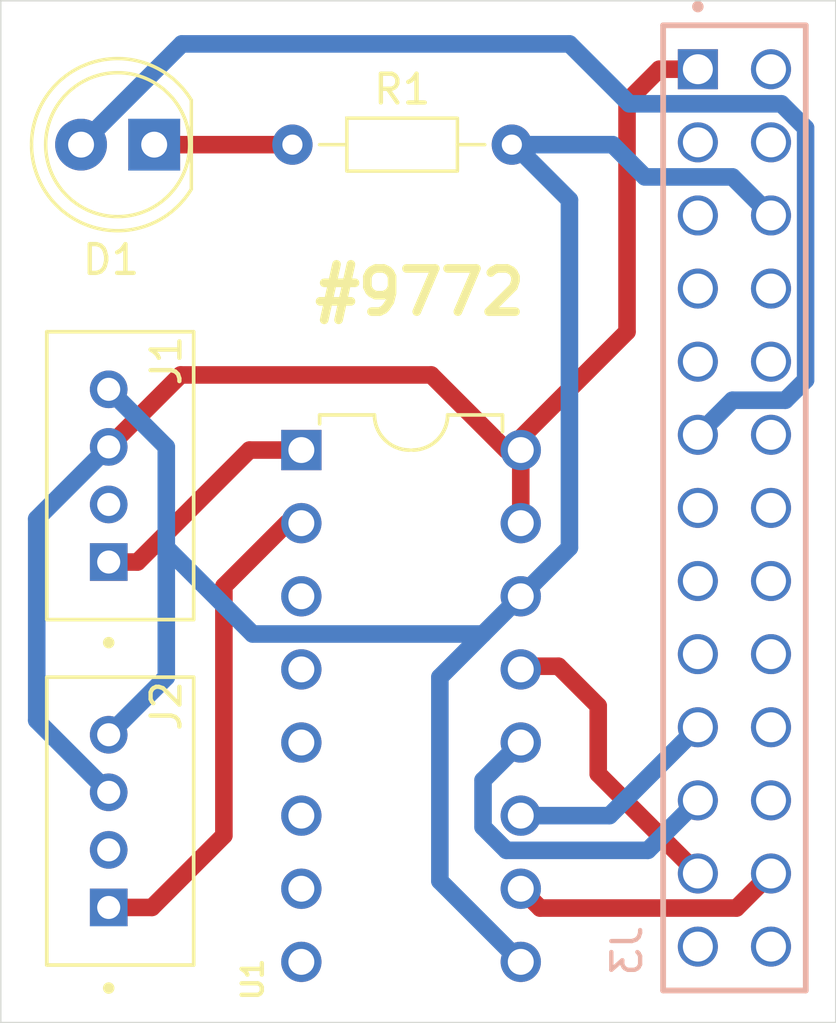
<source format=kicad_pcb>
(kicad_pcb (version 20241229) (generator "pcbnew") (generator_version "9.0")
  (layers (0 "F.Cu" signal) (2 "B.Cu" signal) (13 "F.Paste" user) (15 "B.Paste" user) (5 "F.SilkS" user "F.Silkscreen") (7 "B.SilkS" user "B.Silkscreen") (1 "F.Mask" user) (3 "B.Mask" user) (25 "Edge.Cuts" user))
  (net 0 "")
  (net 1 "Net-(D1-K)")
  (net 2 "Net-(D1-A)")
  (net 3 "Net-(U1-CH0)")
  (net 4 "GND")
  (net 6 "+3.3V")
  (net 8 "Net-(U1-CH1)")
  (net 17 "Net-(U1-DIN)")
  (net 22 "Net-(U1-CLK)")
  (net 29 "Net-(U1-SHDN{slash}~{CS})")
  (net 30 "Net-(U1-DOUT)")
  (footprint "Resistor_THT:R_Axial_DIN0204_L3.6mm_D1.6mm_P7.62mm_Horizontal" (layer "F.Cu") (at 140.38 56.5)
    (property "Reference" "R1" (at 3.81 -1.92 0) (layer "F.SilkS"))
    (property "Value" "100k")
    (fp_line (start 0.94 0) (end 1.89 0) (stroke (width 0.12)) (layer "F.SilkS"))
    (fp_line (start 6.68 0) (end 5.73 0) (stroke (width 0.12)) (layer "F.SilkS"))
    (fp_rect (start 1.89 -0.92) (end 5.73 0.92) (stroke (width 0.12)) (fill no) (layer "F.SilkS"))
    (pad "1" thru_hole circle (at 0 0) (size 1.4 1.4) (drill 0.7) (layers "*.Cu" "*.Mask") (net 1 "Net-(D1-K)"))
    (pad "2" thru_hole circle (at 7.62 0) (size 1.4 1.4) (drill 0.7) (layers "*.Cu" "*.Mask") (net 4 "GND"))
  )
  (footprint "MCU-MCP3008-I_P_DIP16-7.62MM_:DIP16-2.54-19.2X7.62MM" (layer "F.Cu") (at 144.5 76 -90)
    (property "Reference" "U1" (at 9.5 5.5 90) (layer "F.SilkS") (effects (font (size 0.700697 0.700697))))
    (property "Value" "MCU-MCP3008-I_P_DIP16-7.62MM_")
    (property "VALUE" "MCP3008-I/P-DIP16" (hide yes))
    (fp_line (start -10.11 3.175) (end -9.8 3.175) (stroke (width 0.127)) (layer "F.SilkS"))
    (fp_line (start -10.11 3.175) (end -10.11 1.27) (stroke (width 0.127)) (layer "F.SilkS"))
    (fp_line (start -10.11 -1.27) (end -10.11 -3.175) (stroke (width 0.127)) (layer "F.SilkS"))
    (fp_line (start -10.11 -3.175) (end -9.525 -3.175) (stroke (width 0.127)) (layer "F.SilkS"))
    (fp_arc (start -8.89 0.05) (mid -9.24733 0.91267) (end -10.11 1.27) (stroke (width 0.127)) (layer "F.SilkS"))
    (fp_arc (start -10.11 -1.27) (mid -9.24733 -0.91267) (end -8.89 -0.05) (stroke (width 0.127)) (layer "F.SilkS"))
    (pad "1" thru_hole rect (at -8.89 3.81 270) (size 1.4 1.4) (drill 0.9) (layers "*.Cu" "*.Mask") (net 3 "Net-(U1-CH0)"))
    (pad "2" thru_hole circle (at -6.35 3.81 270) (size 1.4 1.4) (drill 0.9) (layers "*.Cu" "*.Mask") (net 8 "Net-(U1-CH1)"))
    (pad "3" thru_hole circle (at -3.81 3.81 270) (size 1.4 1.4) (drill 0.9) (layers "*.Cu" "*.Mask"))
    (pad "4" thru_hole circle (at -1.27 3.81 270) (size 1.4 1.4) (drill 0.9) (layers "*.Cu" "*.Mask"))
    (pad "5" thru_hole circle (at 1.27 3.81 270) (size 1.4 1.4) (drill 0.9) (layers "*.Cu" "*.Mask"))
    (pad "6" thru_hole circle (at 3.81 3.81 270) (size 1.4 1.4) (drill 0.9) (layers "*.Cu" "*.Mask"))
    (pad "7" thru_hole circle (at 6.35 3.81 270) (size 1.4 1.4) (drill 0.9) (layers "*.Cu" "*.Mask"))
    (pad "8" thru_hole circle (at 8.89 3.81 270) (size 1.4 1.4) (drill 0.9) (layers "*.Cu" "*.Mask"))
    (pad "9" thru_hole circle (at 8.89 -3.81 270) (size 1.4 1.4) (drill 0.9) (layers "*.Cu" "*.Mask") (net 4 "GND"))
    (pad "10" thru_hole circle (at 6.35 -3.81 270) (size 1.4 1.4) (drill 0.9) (layers "*.Cu" "*.Mask") (net 29 "Net-(U1-SHDN{slash}~{CS})"))
    (pad "11" thru_hole circle (at 3.81 -3.81 270) (size 1.4 1.4) (drill 0.9) (layers "*.Cu" "*.Mask") (net 17 "Net-(U1-DIN)"))
    (pad "12" thru_hole circle (at 1.27 -3.81 270) (size 1.4 1.4) (drill 0.9) (layers "*.Cu" "*.Mask") (net 30 "Net-(U1-DOUT)"))
    (pad "13" thru_hole circle (at -1.27 -3.81 270) (size 1.4 1.4) (drill 0.9) (layers "*.Cu" "*.Mask") (net 22 "Net-(U1-CLK)"))
    (pad "14" thru_hole circle (at -3.81 -3.81 270) (size 1.4 1.4) (drill 0.9) (layers "*.Cu" "*.Mask") (net 4 "GND"))
    (pad "15" thru_hole circle (at -6.35 -3.81 270) (size 1.4 1.4) (drill 0.9) (layers "*.Cu" "*.Mask") (net 6 "+3.3V"))
    (pad "16" thru_hole circle (at -8.89 -3.81 270) (size 1.4 1.4) (drill 0.9) (layers "*.Cu" "*.Mask") (net 6 "+3.3V"))
  )
  (footprint "LED_THT:LED_D5.0mm" (layer "F.Cu") (at 135.58 56.5 180)
    (property "Reference" "D1" (at 1.5 -4 0) (layer "F.SilkS"))
    (property "Value" "LED")
    (fp_line (start -1.29 -1.545) (end -1.29 1.545) (stroke (width 0.12)) (layer "F.SilkS"))
    (fp_arc (start 4.26 0) (mid 2.071779 2.880495) (end -1.29 1.54483) (stroke (width 0.12)) (layer "F.SilkS"))
    (fp_arc (start -1.29 -1.54483) (mid 2.071779 -2.880495) (end 4.26 0) (stroke (width 0.12)) (layer "F.SilkS"))
    (fp_circle (center 1.27 0) (end 3.77 0) (stroke (width 0.12)) (fill no) (layer "F.SilkS"))
    (pad "1" thru_hole rect (at 0 0 180) (size 1.8 1.8) (drill 0.9) (layers "*.Cu" "*.Mask") (net 1 "Net-(D1-K)"))
    (pad "2" thru_hole circle (at 2.54 0 180) (size 1.8 1.8) (drill 0.9) (layers "*.Cu" "*.Mask") (net 2 "Net-(D1-A)"))
  )
  (footprint "110990030:SEEED_110990030" (layer "F.Cu") (at 134 80 90)
    (property "Reference" "J2" (at 4 2 90) (layer "F.SilkS"))
    (property "Value" "110990030")
    (fp_line (start 5 -2.15) (end 5 2.95) (stroke (width 0.127)) (layer "F.SilkS"))
    (fp_line (start -5 -2.15) (end 5 -2.15) (stroke (width 0.127)) (layer "F.SilkS"))
    (fp_line (start 5 2.95) (end -5 2.95) (stroke (width 0.127)) (layer "F.SilkS"))
    (fp_line (start -5 2.95) (end -5 -2.15) (stroke (width 0.127)) (layer "F.SilkS"))
    (fp_circle (center -5.8 0) (end -5.7 0) (stroke (width 0.2)) (fill no) (layer "F.SilkS"))
    (pad "1" thru_hole rect (at -3 0 90) (size 1.308 1.308) (drill 0.8) (layers "*.Cu" "*.Mask") (net 8 "Net-(U1-CH1)"))
    (pad "2" thru_hole circle (at -1 0 90) (size 1.308 1.308) (drill 0.8) (layers "*.Cu" "*.Mask"))
    (pad "3" thru_hole circle (at 1 0 90) (size 1.308 1.308) (drill 0.8) (layers "*.Cu" "*.Mask") (net 6 "+3.3V"))
    (pad "4" thru_hole circle (at 3 0 90) (size 1.308 1.308) (drill 0.8) (layers "*.Cu" "*.Mask") (net 4 "GND"))
  )
  (footprint "110990030:SEEED_110990030" (layer "F.Cu") (at 134 68 90)
    (property "Reference" "J1" (at 4 2 90) (layer "F.SilkS"))
    (property "Value" "110990030")
    (fp_line (start 5 -2.15) (end 5 2.95) (stroke (width 0.127)) (layer "F.SilkS"))
    (fp_line (start -5 -2.15) (end 5 -2.15) (stroke (width 0.127)) (layer "F.SilkS"))
    (fp_line (start 5 2.95) (end -5 2.95) (stroke (width 0.127)) (layer "F.SilkS"))
    (fp_line (start -5 2.95) (end -5 -2.15) (stroke (width 0.127)) (layer "F.SilkS"))
    (fp_circle (center -5.8 0) (end -5.7 0) (stroke (width 0.2)) (fill no) (layer "F.SilkS"))
    (pad "1" thru_hole rect (at -3 0 90) (size 1.308 1.308) (drill 0.8) (layers "*.Cu" "*.Mask") (net 3 "Net-(U1-CH0)"))
    (pad "2" thru_hole circle (at -1 0 90) (size 1.308 1.308) (drill 0.8) (layers "*.Cu" "*.Mask"))
    (pad "3" thru_hole circle (at 1 0 90) (size 1.308 1.308) (drill 0.8) (layers "*.Cu" "*.Mask") (net 6 "+3.3V"))
    (pad "4" thru_hole circle (at 3 0 90) (size 1.308 1.308) (drill 0.8) (layers "*.Cu" "*.Mask") (net 4 "GND"))
  )
  (footprint "SSW-113-06-G-D:SAMTEC_SSW-113-06-G-D" (layer "B.Cu") (at 154.46 53.88 90)
    (property "Reference" "J3" (at -30.62 -2.46 90) (layer "B.SilkS") (effects (justify mirror)))
    (property "Value" "SSW-113-06-G-D")
    (fp_line (start 1.525 -1.2065) (end -32.005 -1.2065) (stroke (width 0.2)) (layer "B.SilkS"))
    (fp_line (start -32.005 -1.2065) (end -32.005 3.7465) (stroke (width 0.2)) (layer "B.SilkS"))
    (fp_line (start 1.525 3.7465) (end 1.525 -1.2065) (stroke (width 0.2)) (layer "B.SilkS"))
    (fp_line (start 1.525 3.7465) (end -32.005 3.7465) (stroke (width 0.2)) (layer "B.SilkS"))
    (fp_circle (center 2.175 0) (end 2.275 0) (stroke (width 0.2)) (fill no) (layer "B.SilkS"))
    (pad "01" thru_hole rect (at 0 0 90) (size 1.39 1.39) (drill 1.04) (layers "*.Cu" "*.Mask") (net 6 "+3.3V"))
    (pad "02" thru_hole circle (at 0 2.54 90) (size 1.39 1.39) (drill 1.04) (layers "*.Cu" "*.Mask"))
    (pad "03" thru_hole circle (at -2.54 0 90) (size 1.39 1.39) (drill 1.04) (layers "*.Cu" "*.Mask"))
    (pad "04" thru_hole circle (at -2.54 2.54 90) (size 1.39 1.39) (drill 1.04) (layers "*.Cu" "*.Mask"))
    (pad "05" thru_hole circle (at -5.08 0 90) (size 1.39 1.39) (drill 1.04) (layers "*.Cu" "*.Mask"))
    (pad "06" thru_hole circle (at -5.08 2.54 90) (size 1.39 1.39) (drill 1.04) (layers "*.Cu" "*.Mask") (net 4 "GND"))
    (pad "07" thru_hole circle (at -7.62 0 90) (size 1.39 1.39) (drill 1.04) (layers "*.Cu" "*.Mask"))
    (pad "08" thru_hole circle (at -7.62 2.54 90) (size 1.39 1.39) (drill 1.04) (layers "*.Cu" "*.Mask"))
    (pad "09" thru_hole circle (at -10.16 0 90) (size 1.39 1.39) (drill 1.04) (layers "*.Cu" "*.Mask"))
    (pad "10" thru_hole circle (at -10.16 2.54 90) (size 1.39 1.39) (drill 1.04) (layers "*.Cu" "*.Mask"))
    (pad "11" thru_hole circle (at -12.7 0 90) (size 1.39 1.39) (drill 1.04) (layers "*.Cu" "*.Mask") (net 2 "Net-(D1-A)"))
    (pad "12" thru_hole circle (at -12.7 2.54 90) (size 1.39 1.39) (drill 1.04) (layers "*.Cu" "*.Mask"))
    (pad "13" thru_hole circle (at -15.24 0 90) (size 1.39 1.39) (drill 1.04) (layers "*.Cu" "*.Mask"))
    (pad "14" thru_hole circle (at -15.24 2.54 90) (size 1.39 1.39) (drill 1.04) (layers "*.Cu" "*.Mask"))
    (pad "15" thru_hole circle (at -17.78 0 90) (size 1.39 1.39) (drill 1.04) (layers "*.Cu" "*.Mask"))
    (pad "16" thru_hole circle (at -17.78 2.54 90) (size 1.39 1.39) (drill 1.04) (layers "*.Cu" "*.Mask"))
    (pad "17" thru_hole circle (at -20.32 0 90) (size 1.39 1.39) (drill 1.04) (layers "*.Cu" "*.Mask"))
    (pad "18" thru_hole circle (at -20.32 2.54 90) (size 1.39 1.39) (drill 1.04) (layers "*.Cu" "*.Mask"))
    (pad "19" thru_hole circle (at -22.86 0 90) (size 1.39 1.39) (drill 1.04) (layers "*.Cu" "*.Mask") (net 17 "Net-(U1-DIN)"))
    (pad "20" thru_hole circle (at -22.86 2.54 90) (size 1.39 1.39) (drill 1.04) (layers "*.Cu" "*.Mask"))
    (pad "21" thru_hole circle (at -25.4 0 90) (size 1.39 1.39) (drill 1.04) (layers "*.Cu" "*.Mask") (net 30 "Net-(U1-DOUT)"))
    (pad "22" thru_hole circle (at -25.4 2.54 90) (size 1.39 1.39) (drill 1.04) (layers "*.Cu" "*.Mask"))
    (pad "23" thru_hole circle (at -27.94 0 90) (size 1.39 1.39) (drill 1.04) (layers "*.Cu" "*.Mask") (net 22 "Net-(U1-CLK)"))
    (pad "24" thru_hole circle (at -27.94 2.54 90) (size 1.39 1.39) (drill 1.04) (layers "*.Cu" "*.Mask") (net 29 "Net-(U1-SHDN{slash}~{CS})"))
    (pad "25" thru_hole circle (at -30.48 0 90) (size 1.39 1.39) (drill 1.04) (layers "*.Cu" "*.Mask"))
    (pad "26" thru_hole circle (at -30.48 2.54 90) (size 1.39 1.39) (drill 1.04) (layers "*.Cu" "*.Mask"))
  )
  (gr_rect (start 130.25 51.5) (end 159.25 87) (stroke (width 0.05)) (fill no) (layer "Edge.Cuts"))
  (gr_text "#9772" (at 141 62.5 0) (layer "F.SilkS") (effects (font (size 1.5 1.5) (thickness 0.3) (bold yes)) (justify left bottom)))
  (segment (start 135.58 56.5) (end 140.38 56.5) (width 0.6096) (layer "F.Cu") (net 1))
  (segment (start 152.0808 55.0808) (end 157.358988 55.0808) (width 0.6096) (layer "B.Cu") (net 2))
  (segment (start 133.04 56.5) (end 136.54 53) (width 0.6096) (layer "B.Cu") (net 2))
  (segment (start 150 53) (end 152.0808 55.0808) (width 0.6096) (layer "B.Cu") (net 2))
  (segment (start 136.54 53) (end 150 53) (width 0.6096) (layer "B.Cu") (net 2))
  (segment (start 155.6608 65.3792) (end 154.46 66.58) (width 0.6096) (layer "B.Cu") (net 2))
  (segment (start 158.2008 64.675788) (end 157.497388 65.3792) (width 0.6096) (layer "B.Cu") (net 2))
  (segment (start 158.2008 55.922612) (end 158.2008 64.675788) (width 0.6096) (layer "B.Cu") (net 2))
  (segment (start 157.497388 65.3792) (end 155.6608 65.3792) (width 0.6096) (layer "B.Cu") (net 2))
  (segment (start 157.358988 55.0808) (end 158.2008 55.922612) (width 0.6096) (layer "B.Cu") (net 2))
  (segment (start 135 71) (end 134 71) (width 0.6096) (layer "F.Cu") (net 3))
  (segment (start 138.89 67.11) (end 135 71) (width 0.6096) (layer "F.Cu") (net 3))
  (segment (start 140.19 67.11) (end 138.89 67.11) (width 0.6096) (layer "F.Cu") (net 3))
  (segment (start 151.5 56.5) (end 152.6208 57.6208) (width 0.6096) (layer "B.Cu") (net 4))
  (segment (start 136 70.5) (end 139 73.5) (width 0.6096) (layer "B.Cu") (net 4))
  (segment (start 136 73) (end 136 70.5) (width 0.6096) (layer "B.Cu") (net 4))
  (segment (start 147 73.5) (end 145.5 75) (width 0.6096) (layer "B.Cu") (net 4))
  (segment (start 148.42 72.08) (end 148 72.08) (width 0.6096) (layer "B.Cu") (net 4))
  (segment (start 148.08 56.5) (end 150.08 56.5) (width 0.6096) (layer "B.Cu") (net 4))
  (segment (start 155.6608 57.6208) (end 157 58.96) (width 0.6096) (layer "B.Cu") (net 4))
  (segment (start 152.6208 57.6208) (end 155.6608 57.6208) (width 0.6096) (layer "B.Cu") (net 4))
  (segment (start 136 67) (end 134 65) (width 0.6096) (layer "B.Cu") (net 4))
  (segment (start 136 75) (end 136 73) (width 0.6096) (layer "B.Cu") (net 4))
  (segment (start 136 70.5) (end 136 67) (width 0.6096) (layer "B.Cu") (net 4))
  (segment (start 150 58.42) (end 150 70.5) (width 0.6096) (layer "B.Cu") (net 4))
  (segment (start 139 73.5) (end 147 73.5) (width 0.6096) (layer "B.Cu") (net 4))
  (segment (start 134 77) (end 136 75) (width 0.6096) (layer "B.Cu") (net 4))
  (segment (start 148.08 56.5) (end 150 58.42) (width 0.6096) (layer "B.Cu") (net 4))
  (segment (start 150.08 56.5) (end 151.5 56.5) (width 0.6096) (layer "B.Cu") (net 4))
  (segment (start 145.5 82.08) (end 148.31 84.89) (width 0.6096) (layer "B.Cu") (net 4))
  (segment (start 150 70.5) (end 148.42 72.08) (width 0.6096) (layer "B.Cu") (net 4))
  (segment (start 148.31 72.19) (end 147 73.5) (width 0.6096) (layer "B.Cu") (net 4))
  (segment (start 145.5 75) (end 145.5 82.08) (width 0.6096) (layer "B.Cu") (net 4))
  (segment (start 136.5 64.5) (end 145.2 64.5) (width 0.6096) (layer "F.Cu") (net 6))
  (segment (start 152 55) (end 152 63) (width 0.6096) (layer "F.Cu") (net 6))
  (segment (start 152 63) (end 148.31 66.69) (width 0.6096) (layer "F.Cu") (net 6))
  (segment (start 154.46 53.88) (end 153.12 53.88) (width 0.6096) (layer "F.Cu") (net 6))
  (segment (start 148.31 66.69) (end 148.31 69.23) (width 0.6096) (layer "F.Cu") (net 6))
  (segment (start 153.12 53.88) (end 152 55) (width 0.6096) (layer "F.Cu") (net 6))
  (segment (start 148.31 69.23) (end 148 69.54) (width 0.6096) (layer "F.Cu") (net 6))
  (segment (start 145.2 64.5) (end 147.81 67.11) (width 0.6096) (layer "F.Cu") (net 6))
  (segment (start 134 67) (end 136.5 64.5) (width 0.6096) (layer "F.Cu") (net 6))
  (segment (start 131.5 76.5) (end 131.5 69.5) (width 0.6096) (layer "B.Cu") (net 6))
  (segment (start 131.5 69.5) (end 134 67) (width 0.6096) (layer "B.Cu") (net 6))
  (segment (start 134 79) (end 131.5 76.5) (width 0.6096) (layer "B.Cu") (net 6))
  (segment (start 135.5 83) (end 134 83) (width 0.6096) (layer "F.Cu") (net 8))
  (segment (start 140.19 69.65) (end 138 71.84) (width 0.6096) (layer "F.Cu") (net 8))
  (segment (start 138 80.5) (end 135.5 83) (width 0.6096) (layer "F.Cu") (net 8))
  (segment (start 138 71.84) (end 138 80.5) (width 0.6096) (layer "F.Cu") (net 8))
  (segment (start 151.39 79.81) (end 154.46 76.74) (width 0.6096) (layer "B.Cu") (net 17))
  (segment (start 148.31 79.81) (end 151.39 79.81) (width 0.6096) (layer "B.Cu") (net 17))
  (segment (start 151 78.36) (end 154.46 81.82) (width 0.6096) (layer "F.Cu") (net 22))
  (segment (start 149.62 74.62) (end 151 76) (width 0.6096) (layer "F.Cu") (net 22))
  (segment (start 148 74.62) (end 149.62 74.62) (width 0.6096) (layer "F.Cu") (net 22))
  (segment (start 151 76) (end 151 78.36) (width 0.6096) (layer "F.Cu") (net 22))
  (segment (start 155.7992 83.0208) (end 157 81.82) (width 0.6096) (layer "F.Cu") (net 29))
  (segment (start 148 82.24) (end 148.2 82.24) (width 0.6096) (layer "F.Cu") (net 29))
  (segment (start 148.9808 83.0208) (end 155.7992 83.0208) (width 0.6096) (layer "F.Cu") (net 29))
  (segment (start 148.2 82.24) (end 148.9808 83.0208) (width 0.6096) (layer "F.Cu") (net 29))
  (segment (start 146.9994 80.204659) (end 147.810541 81.0158) (width 0.6096) (layer "B.Cu") (net 30))
  (segment (start 147.810541 81.0158) (end 152.7242 81.0158) (width 0.6096) (layer "B.Cu") (net 30))
  (segment (start 148.31 77.27) (end 146.9994 78.5806) (width 0.6096) (layer "B.Cu") (net 30))
  (segment (start 152.7242 81.0158) (end 154.46 79.28) (width 0.6096) (layer "B.Cu") (net 30))
  (segment (start 146.9994 78.5806) (end 146.9994 80.204659) (width 0.6096) (layer "B.Cu") (net 30))
)
</source>
